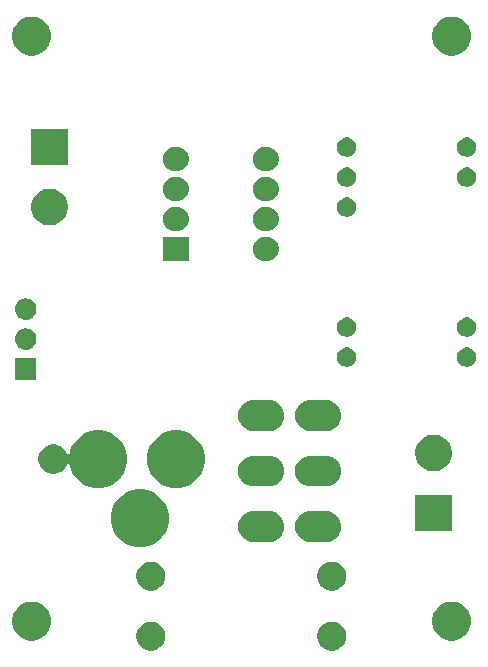
<source format=gbs>
G04 #@! TF.GenerationSoftware,KiCad,Pcbnew,5.1.2-f72e74a~84~ubuntu16.04.1*
G04 #@! TF.CreationDate,2019-06-07T11:45:15+01:00*
G04 #@! TF.ProjectId,LEDregulator,4c454472-6567-4756-9c61-746f722e6b69,rev?*
G04 #@! TF.SameCoordinates,Original*
G04 #@! TF.FileFunction,Soldermask,Bot*
G04 #@! TF.FilePolarity,Negative*
%FSLAX46Y46*%
G04 Gerber Fmt 4.6, Leading zero omitted, Abs format (unit mm)*
G04 Created by KiCad (PCBNEW 5.1.2-f72e74a~84~ubuntu16.04.1) date 2019-06-07 11:45:15*
%MOMM*%
%LPD*%
G04 APERTURE LIST*
%ADD10C,0.100000*%
G04 APERTURE END LIST*
D10*
G36*
X147677610Y-91531114D02*
G01*
X147850214Y-91602609D01*
X147900729Y-91623533D01*
X147951269Y-91657303D01*
X148101529Y-91757703D01*
X148272297Y-91928471D01*
X148406468Y-92129273D01*
X148498886Y-92352390D01*
X148546000Y-92589248D01*
X148546000Y-92830752D01*
X148498886Y-93067610D01*
X148406468Y-93290727D01*
X148272297Y-93491529D01*
X148101529Y-93662297D01*
X147951269Y-93762697D01*
X147900729Y-93796467D01*
X147900728Y-93796468D01*
X147900727Y-93796468D01*
X147677610Y-93888886D01*
X147440752Y-93936000D01*
X147199248Y-93936000D01*
X146962390Y-93888886D01*
X146739273Y-93796468D01*
X146739272Y-93796468D01*
X146739271Y-93796467D01*
X146688731Y-93762697D01*
X146538471Y-93662297D01*
X146367703Y-93491529D01*
X146233532Y-93290727D01*
X146141114Y-93067610D01*
X146094000Y-92830752D01*
X146094000Y-92589248D01*
X146141114Y-92352390D01*
X146233532Y-92129273D01*
X146367703Y-91928471D01*
X146538471Y-91757703D01*
X146688731Y-91657303D01*
X146739271Y-91623533D01*
X146789786Y-91602609D01*
X146962390Y-91531114D01*
X147199248Y-91484000D01*
X147440752Y-91484000D01*
X147677610Y-91531114D01*
X147677610Y-91531114D01*
G37*
G36*
X132357610Y-91531114D02*
G01*
X132530214Y-91602609D01*
X132580729Y-91623533D01*
X132631269Y-91657303D01*
X132781529Y-91757703D01*
X132952297Y-91928471D01*
X133086468Y-92129273D01*
X133178886Y-92352390D01*
X133226000Y-92589248D01*
X133226000Y-92830752D01*
X133178886Y-93067610D01*
X133086468Y-93290727D01*
X132952297Y-93491529D01*
X132781529Y-93662297D01*
X132631269Y-93762697D01*
X132580729Y-93796467D01*
X132580728Y-93796468D01*
X132580727Y-93796468D01*
X132357610Y-93888886D01*
X132120752Y-93936000D01*
X131879248Y-93936000D01*
X131642390Y-93888886D01*
X131419273Y-93796468D01*
X131419272Y-93796468D01*
X131419271Y-93796467D01*
X131368731Y-93762697D01*
X131218471Y-93662297D01*
X131047703Y-93491529D01*
X130913532Y-93290727D01*
X130821114Y-93067610D01*
X130774000Y-92830752D01*
X130774000Y-92589248D01*
X130821114Y-92352390D01*
X130913532Y-92129273D01*
X131047703Y-91928471D01*
X131218471Y-91757703D01*
X131368731Y-91657303D01*
X131419271Y-91623533D01*
X131469786Y-91602609D01*
X131642390Y-91531114D01*
X131879248Y-91484000D01*
X132120752Y-91484000D01*
X132357610Y-91531114D01*
X132357610Y-91531114D01*
G37*
G36*
X122295256Y-89831298D02*
G01*
X122401579Y-89852447D01*
X122702042Y-89976903D01*
X122972451Y-90157585D01*
X123202415Y-90387549D01*
X123202416Y-90387551D01*
X123383098Y-90657960D01*
X123507553Y-90958422D01*
X123571000Y-91277389D01*
X123571000Y-91602611D01*
X123566838Y-91623533D01*
X123507553Y-91921579D01*
X123383097Y-92222042D01*
X123202415Y-92492451D01*
X122972451Y-92722415D01*
X122702042Y-92903097D01*
X122401579Y-93027553D01*
X122295256Y-93048702D01*
X122082611Y-93091000D01*
X121757389Y-93091000D01*
X121544744Y-93048702D01*
X121438421Y-93027553D01*
X121137958Y-92903097D01*
X120867549Y-92722415D01*
X120637585Y-92492451D01*
X120456903Y-92222042D01*
X120332447Y-91921579D01*
X120273162Y-91623533D01*
X120269000Y-91602611D01*
X120269000Y-91277389D01*
X120332447Y-90958422D01*
X120456902Y-90657960D01*
X120637584Y-90387551D01*
X120637585Y-90387549D01*
X120867549Y-90157585D01*
X121137958Y-89976903D01*
X121438421Y-89852447D01*
X121544744Y-89831298D01*
X121757389Y-89789000D01*
X122082611Y-89789000D01*
X122295256Y-89831298D01*
X122295256Y-89831298D01*
G37*
G36*
X157855256Y-89831298D02*
G01*
X157961579Y-89852447D01*
X158262042Y-89976903D01*
X158532451Y-90157585D01*
X158762415Y-90387549D01*
X158762416Y-90387551D01*
X158943098Y-90657960D01*
X159067553Y-90958422D01*
X159131000Y-91277389D01*
X159131000Y-91602611D01*
X159126838Y-91623533D01*
X159067553Y-91921579D01*
X158943097Y-92222042D01*
X158762415Y-92492451D01*
X158532451Y-92722415D01*
X158262042Y-92903097D01*
X157961579Y-93027553D01*
X157855256Y-93048702D01*
X157642611Y-93091000D01*
X157317389Y-93091000D01*
X157104744Y-93048702D01*
X156998421Y-93027553D01*
X156697958Y-92903097D01*
X156427549Y-92722415D01*
X156197585Y-92492451D01*
X156016903Y-92222042D01*
X155892447Y-91921579D01*
X155833162Y-91623533D01*
X155829000Y-91602611D01*
X155829000Y-91277389D01*
X155892447Y-90958422D01*
X156016902Y-90657960D01*
X156197584Y-90387551D01*
X156197585Y-90387549D01*
X156427549Y-90157585D01*
X156697958Y-89976903D01*
X156998421Y-89852447D01*
X157104744Y-89831298D01*
X157317389Y-89789000D01*
X157642611Y-89789000D01*
X157855256Y-89831298D01*
X157855256Y-89831298D01*
G37*
G36*
X147677610Y-86451114D02*
G01*
X147900727Y-86543532D01*
X147900729Y-86543533D01*
X147951269Y-86577303D01*
X148101529Y-86677703D01*
X148272297Y-86848471D01*
X148406468Y-87049273D01*
X148498886Y-87272390D01*
X148546000Y-87509248D01*
X148546000Y-87750752D01*
X148498886Y-87987610D01*
X148406468Y-88210727D01*
X148272297Y-88411529D01*
X148101529Y-88582297D01*
X147951269Y-88682697D01*
X147900729Y-88716467D01*
X147900728Y-88716468D01*
X147900727Y-88716468D01*
X147677610Y-88808886D01*
X147440752Y-88856000D01*
X147199248Y-88856000D01*
X146962390Y-88808886D01*
X146739273Y-88716468D01*
X146739272Y-88716468D01*
X146739271Y-88716467D01*
X146688731Y-88682697D01*
X146538471Y-88582297D01*
X146367703Y-88411529D01*
X146233532Y-88210727D01*
X146141114Y-87987610D01*
X146094000Y-87750752D01*
X146094000Y-87509248D01*
X146141114Y-87272390D01*
X146233532Y-87049273D01*
X146367703Y-86848471D01*
X146538471Y-86677703D01*
X146688731Y-86577303D01*
X146739271Y-86543533D01*
X146739273Y-86543532D01*
X146962390Y-86451114D01*
X147199248Y-86404000D01*
X147440752Y-86404000D01*
X147677610Y-86451114D01*
X147677610Y-86451114D01*
G37*
G36*
X132357610Y-86451114D02*
G01*
X132580727Y-86543532D01*
X132580729Y-86543533D01*
X132631269Y-86577303D01*
X132781529Y-86677703D01*
X132952297Y-86848471D01*
X133086468Y-87049273D01*
X133178886Y-87272390D01*
X133226000Y-87509248D01*
X133226000Y-87750752D01*
X133178886Y-87987610D01*
X133086468Y-88210727D01*
X132952297Y-88411529D01*
X132781529Y-88582297D01*
X132631269Y-88682697D01*
X132580729Y-88716467D01*
X132580728Y-88716468D01*
X132580727Y-88716468D01*
X132357610Y-88808886D01*
X132120752Y-88856000D01*
X131879248Y-88856000D01*
X131642390Y-88808886D01*
X131419273Y-88716468D01*
X131419272Y-88716468D01*
X131419271Y-88716467D01*
X131368731Y-88682697D01*
X131218471Y-88582297D01*
X131047703Y-88411529D01*
X130913532Y-88210727D01*
X130821114Y-87987610D01*
X130774000Y-87750752D01*
X130774000Y-87509248D01*
X130821114Y-87272390D01*
X130913532Y-87049273D01*
X131047703Y-86848471D01*
X131218471Y-86677703D01*
X131368731Y-86577303D01*
X131419271Y-86543533D01*
X131419273Y-86543532D01*
X131642390Y-86451114D01*
X131879248Y-86404000D01*
X132120752Y-86404000D01*
X132357610Y-86451114D01*
X132357610Y-86451114D01*
G37*
G36*
X131798929Y-80367190D02*
G01*
X132244982Y-80551951D01*
X132244984Y-80551952D01*
X132533900Y-80745000D01*
X132646421Y-80820184D01*
X132987816Y-81161579D01*
X133256049Y-81563018D01*
X133440810Y-82009071D01*
X133535000Y-82482596D01*
X133535000Y-82965404D01*
X133440810Y-83438929D01*
X133256049Y-83884982D01*
X133256048Y-83884984D01*
X132987816Y-84286421D01*
X132646421Y-84627816D01*
X132244984Y-84896048D01*
X132244983Y-84896049D01*
X132244982Y-84896049D01*
X131798929Y-85080810D01*
X131325404Y-85175000D01*
X130842596Y-85175000D01*
X130369071Y-85080810D01*
X129923018Y-84896049D01*
X129923017Y-84896049D01*
X129923016Y-84896048D01*
X129521579Y-84627816D01*
X129180184Y-84286421D01*
X128911952Y-83884984D01*
X128911951Y-83884982D01*
X128727190Y-83438929D01*
X128633000Y-82965404D01*
X128633000Y-82482596D01*
X128727190Y-82009071D01*
X128911951Y-81563018D01*
X129180184Y-81161579D01*
X129521579Y-80820184D01*
X129634100Y-80745000D01*
X129923016Y-80551952D01*
X129923018Y-80551951D01*
X130369071Y-80367190D01*
X130842596Y-80273000D01*
X131325404Y-80273000D01*
X131798929Y-80367190D01*
X131798929Y-80367190D01*
G37*
G36*
X146983473Y-82148413D02*
G01*
X147079040Y-82157825D01*
X147324280Y-82232218D01*
X147550294Y-82353025D01*
X147601899Y-82395376D01*
X147748397Y-82515603D01*
X147868624Y-82662101D01*
X147910975Y-82713706D01*
X148031782Y-82939720D01*
X148106175Y-83184960D01*
X148131294Y-83440000D01*
X148106175Y-83695040D01*
X148031782Y-83940280D01*
X147910975Y-84166294D01*
X147868624Y-84217899D01*
X147748397Y-84364397D01*
X147601899Y-84484624D01*
X147550294Y-84526975D01*
X147324280Y-84647782D01*
X147079040Y-84722175D01*
X146983473Y-84731587D01*
X146887906Y-84741000D01*
X145460094Y-84741000D01*
X145364527Y-84731587D01*
X145268960Y-84722175D01*
X145023720Y-84647782D01*
X144797706Y-84526975D01*
X144746101Y-84484624D01*
X144599603Y-84364397D01*
X144479376Y-84217899D01*
X144437025Y-84166294D01*
X144316218Y-83940280D01*
X144241825Y-83695040D01*
X144216706Y-83440000D01*
X144241825Y-83184960D01*
X144316218Y-82939720D01*
X144437025Y-82713706D01*
X144479376Y-82662101D01*
X144599603Y-82515603D01*
X144746101Y-82395376D01*
X144797706Y-82353025D01*
X145023720Y-82232218D01*
X145268960Y-82157825D01*
X145364527Y-82148413D01*
X145460094Y-82139000D01*
X146887906Y-82139000D01*
X146983473Y-82148413D01*
X146983473Y-82148413D01*
G37*
G36*
X142163473Y-82148413D02*
G01*
X142259040Y-82157825D01*
X142504280Y-82232218D01*
X142730294Y-82353025D01*
X142781899Y-82395376D01*
X142928397Y-82515603D01*
X143048624Y-82662101D01*
X143090975Y-82713706D01*
X143211782Y-82939720D01*
X143286175Y-83184960D01*
X143311294Y-83440000D01*
X143286175Y-83695040D01*
X143211782Y-83940280D01*
X143090975Y-84166294D01*
X143048624Y-84217899D01*
X142928397Y-84364397D01*
X142781899Y-84484624D01*
X142730294Y-84526975D01*
X142504280Y-84647782D01*
X142259040Y-84722175D01*
X142163473Y-84731587D01*
X142067906Y-84741000D01*
X140640094Y-84741000D01*
X140544527Y-84731587D01*
X140448960Y-84722175D01*
X140203720Y-84647782D01*
X139977706Y-84526975D01*
X139926101Y-84484624D01*
X139779603Y-84364397D01*
X139659376Y-84217899D01*
X139617025Y-84166294D01*
X139496218Y-83940280D01*
X139421825Y-83695040D01*
X139396706Y-83440000D01*
X139421825Y-83184960D01*
X139496218Y-82939720D01*
X139617025Y-82713706D01*
X139659376Y-82662101D01*
X139779603Y-82515603D01*
X139926101Y-82395376D01*
X139977706Y-82353025D01*
X140203720Y-82232218D01*
X140448960Y-82157825D01*
X140544527Y-82148413D01*
X140640094Y-82139000D01*
X142067906Y-82139000D01*
X142163473Y-82148413D01*
X142163473Y-82148413D01*
G37*
G36*
X157507000Y-83847000D02*
G01*
X154405000Y-83847000D01*
X154405000Y-80745000D01*
X157507000Y-80745000D01*
X157507000Y-83847000D01*
X157507000Y-83847000D01*
G37*
G36*
X134848929Y-75367190D02*
G01*
X135294982Y-75551951D01*
X135294984Y-75551952D01*
X135696421Y-75820184D01*
X136037816Y-76161579D01*
X136251466Y-76481328D01*
X136306049Y-76563018D01*
X136490810Y-77009071D01*
X136585000Y-77482596D01*
X136585000Y-77965404D01*
X136490810Y-78438929D01*
X136327737Y-78832622D01*
X136306048Y-78884984D01*
X136037816Y-79286421D01*
X135696421Y-79627816D01*
X135294984Y-79896048D01*
X135294983Y-79896049D01*
X135294982Y-79896049D01*
X134848929Y-80080810D01*
X134375404Y-80175000D01*
X133892596Y-80175000D01*
X133419071Y-80080810D01*
X132973018Y-79896049D01*
X132973017Y-79896049D01*
X132973016Y-79896048D01*
X132571579Y-79627816D01*
X132230184Y-79286421D01*
X131961952Y-78884984D01*
X131940263Y-78832622D01*
X131777190Y-78438929D01*
X131683000Y-77965404D01*
X131683000Y-77482596D01*
X131777190Y-77009071D01*
X131961951Y-76563018D01*
X132016535Y-76481328D01*
X132230184Y-76161579D01*
X132571579Y-75820184D01*
X132973016Y-75551952D01*
X132973018Y-75551951D01*
X133419071Y-75367190D01*
X133892596Y-75273000D01*
X134375404Y-75273000D01*
X134848929Y-75367190D01*
X134848929Y-75367190D01*
G37*
G36*
X128248929Y-75367190D02*
G01*
X128694982Y-75551951D01*
X128694984Y-75551952D01*
X129096421Y-75820184D01*
X129437816Y-76161579D01*
X129651466Y-76481328D01*
X129706049Y-76563018D01*
X129890810Y-77009071D01*
X129985000Y-77482596D01*
X129985000Y-77965404D01*
X129890810Y-78438929D01*
X129727737Y-78832622D01*
X129706048Y-78884984D01*
X129437816Y-79286421D01*
X129096421Y-79627816D01*
X128694984Y-79896048D01*
X128694983Y-79896049D01*
X128694982Y-79896049D01*
X128248929Y-80080810D01*
X127775404Y-80175000D01*
X127292596Y-80175000D01*
X126819071Y-80080810D01*
X126373018Y-79896049D01*
X126373017Y-79896049D01*
X126373016Y-79896048D01*
X125971579Y-79627816D01*
X125630184Y-79286421D01*
X125361952Y-78884984D01*
X125340263Y-78832622D01*
X125177190Y-78438929D01*
X125132596Y-78214739D01*
X125125483Y-78191290D01*
X125113932Y-78169679D01*
X125098387Y-78150737D01*
X125079445Y-78135192D01*
X125057834Y-78123641D01*
X125034385Y-78116528D01*
X125009999Y-78114126D01*
X124985613Y-78116528D01*
X124962164Y-78123641D01*
X124940553Y-78135192D01*
X124921611Y-78150737D01*
X124906066Y-78169679D01*
X124894515Y-78191290D01*
X124874456Y-78239718D01*
X124842622Y-78316571D01*
X124705715Y-78521466D01*
X124531466Y-78695715D01*
X124326571Y-78832622D01*
X124326570Y-78832623D01*
X124326569Y-78832623D01*
X124098903Y-78926925D01*
X123857214Y-78975000D01*
X123610786Y-78975000D01*
X123369097Y-78926925D01*
X123141431Y-78832623D01*
X123141430Y-78832623D01*
X123141429Y-78832622D01*
X122936534Y-78695715D01*
X122762285Y-78521466D01*
X122625378Y-78316571D01*
X122593545Y-78239718D01*
X122531075Y-78088903D01*
X122483000Y-77847214D01*
X122483000Y-77600786D01*
X122531075Y-77359097D01*
X122625377Y-77131431D01*
X122670941Y-77063240D01*
X122762285Y-76926534D01*
X122936534Y-76752285D01*
X123141429Y-76615378D01*
X123369097Y-76521075D01*
X123610786Y-76473000D01*
X123857214Y-76473000D01*
X124098903Y-76521075D01*
X124326571Y-76615378D01*
X124531466Y-76752285D01*
X124705715Y-76926534D01*
X124797059Y-77063240D01*
X124842623Y-77131431D01*
X124894515Y-77256710D01*
X124906066Y-77278320D01*
X124921611Y-77297262D01*
X124940553Y-77312808D01*
X124962164Y-77324359D01*
X124985613Y-77331472D01*
X125009999Y-77333874D01*
X125034385Y-77331472D01*
X125057834Y-77324359D01*
X125079444Y-77312808D01*
X125098386Y-77297263D01*
X125113932Y-77278321D01*
X125125483Y-77256710D01*
X125132596Y-77233261D01*
X125177190Y-77009071D01*
X125361951Y-76563018D01*
X125416535Y-76481328D01*
X125630184Y-76161579D01*
X125971579Y-75820184D01*
X126373016Y-75551952D01*
X126373018Y-75551951D01*
X126819071Y-75367190D01*
X127292596Y-75273000D01*
X127775404Y-75273000D01*
X128248929Y-75367190D01*
X128248929Y-75367190D01*
G37*
G36*
X142163473Y-77448413D02*
G01*
X142259040Y-77457825D01*
X142504280Y-77532218D01*
X142730294Y-77653025D01*
X142781899Y-77695376D01*
X142928397Y-77815603D01*
X143039244Y-77950672D01*
X143090975Y-78013706D01*
X143211782Y-78239720D01*
X143286175Y-78484960D01*
X143311294Y-78740000D01*
X143286175Y-78995040D01*
X143211782Y-79240280D01*
X143090975Y-79466294D01*
X143048624Y-79517899D01*
X142928397Y-79664397D01*
X142781899Y-79784624D01*
X142730294Y-79826975D01*
X142504280Y-79947782D01*
X142259040Y-80022175D01*
X142163473Y-80031587D01*
X142067906Y-80041000D01*
X140640094Y-80041000D01*
X140544527Y-80031587D01*
X140448960Y-80022175D01*
X140203720Y-79947782D01*
X139977706Y-79826975D01*
X139926101Y-79784624D01*
X139779603Y-79664397D01*
X139659376Y-79517899D01*
X139617025Y-79466294D01*
X139496218Y-79240280D01*
X139421825Y-78995040D01*
X139396706Y-78740000D01*
X139421825Y-78484960D01*
X139496218Y-78239720D01*
X139617025Y-78013706D01*
X139668756Y-77950672D01*
X139779603Y-77815603D01*
X139926101Y-77695376D01*
X139977706Y-77653025D01*
X140203720Y-77532218D01*
X140448960Y-77457825D01*
X140544527Y-77448413D01*
X140640094Y-77439000D01*
X142067906Y-77439000D01*
X142163473Y-77448413D01*
X142163473Y-77448413D01*
G37*
G36*
X146983473Y-77448413D02*
G01*
X147079040Y-77457825D01*
X147324280Y-77532218D01*
X147550294Y-77653025D01*
X147601899Y-77695376D01*
X147748397Y-77815603D01*
X147859244Y-77950672D01*
X147910975Y-78013706D01*
X148031782Y-78239720D01*
X148106175Y-78484960D01*
X148131294Y-78740000D01*
X148106175Y-78995040D01*
X148031782Y-79240280D01*
X147910975Y-79466294D01*
X147868624Y-79517899D01*
X147748397Y-79664397D01*
X147601899Y-79784624D01*
X147550294Y-79826975D01*
X147324280Y-79947782D01*
X147079040Y-80022175D01*
X146983473Y-80031587D01*
X146887906Y-80041000D01*
X145460094Y-80041000D01*
X145364527Y-80031587D01*
X145268960Y-80022175D01*
X145023720Y-79947782D01*
X144797706Y-79826975D01*
X144746101Y-79784624D01*
X144599603Y-79664397D01*
X144479376Y-79517899D01*
X144437025Y-79466294D01*
X144316218Y-79240280D01*
X144241825Y-78995040D01*
X144216706Y-78740000D01*
X144241825Y-78484960D01*
X144316218Y-78239720D01*
X144437025Y-78013706D01*
X144488756Y-77950672D01*
X144599603Y-77815603D01*
X144746101Y-77695376D01*
X144797706Y-77653025D01*
X145023720Y-77532218D01*
X145268960Y-77457825D01*
X145364527Y-77448413D01*
X145460094Y-77439000D01*
X146887906Y-77439000D01*
X146983473Y-77448413D01*
X146983473Y-77448413D01*
G37*
G36*
X156258585Y-75694802D02*
G01*
X156408410Y-75724604D01*
X156690674Y-75841521D01*
X156944705Y-76011259D01*
X157160741Y-76227295D01*
X157330479Y-76481326D01*
X157442713Y-76752285D01*
X157447396Y-76763591D01*
X157507000Y-77063239D01*
X157507000Y-77368761D01*
X157489284Y-77457825D01*
X157447396Y-77668410D01*
X157330479Y-77950674D01*
X157160741Y-78204705D01*
X156944705Y-78420741D01*
X156690674Y-78590479D01*
X156408410Y-78707396D01*
X156258585Y-78737198D01*
X156108761Y-78767000D01*
X155803239Y-78767000D01*
X155653415Y-78737198D01*
X155503590Y-78707396D01*
X155221326Y-78590479D01*
X154967295Y-78420741D01*
X154751259Y-78204705D01*
X154581521Y-77950674D01*
X154464604Y-77668410D01*
X154422716Y-77457825D01*
X154405000Y-77368761D01*
X154405000Y-77063239D01*
X154464604Y-76763591D01*
X154469287Y-76752285D01*
X154581521Y-76481326D01*
X154751259Y-76227295D01*
X154967295Y-76011259D01*
X155221326Y-75841521D01*
X155503590Y-75724604D01*
X155653415Y-75694802D01*
X155803239Y-75665000D01*
X156108761Y-75665000D01*
X156258585Y-75694802D01*
X156258585Y-75694802D01*
G37*
G36*
X142163473Y-72748413D02*
G01*
X142259040Y-72757825D01*
X142504280Y-72832218D01*
X142730294Y-72953025D01*
X142781899Y-72995376D01*
X142928397Y-73115603D01*
X143048624Y-73262101D01*
X143090975Y-73313706D01*
X143211782Y-73539720D01*
X143286175Y-73784960D01*
X143311294Y-74040000D01*
X143286175Y-74295040D01*
X143211782Y-74540280D01*
X143090975Y-74766294D01*
X143048624Y-74817899D01*
X142928397Y-74964397D01*
X142781899Y-75084624D01*
X142730294Y-75126975D01*
X142504280Y-75247782D01*
X142259040Y-75322175D01*
X142163473Y-75331587D01*
X142067906Y-75341000D01*
X140640094Y-75341000D01*
X140544527Y-75331587D01*
X140448960Y-75322175D01*
X140203720Y-75247782D01*
X139977706Y-75126975D01*
X139926101Y-75084624D01*
X139779603Y-74964397D01*
X139659376Y-74817899D01*
X139617025Y-74766294D01*
X139496218Y-74540280D01*
X139421825Y-74295040D01*
X139396706Y-74040000D01*
X139421825Y-73784960D01*
X139496218Y-73539720D01*
X139617025Y-73313706D01*
X139659376Y-73262101D01*
X139779603Y-73115603D01*
X139926101Y-72995376D01*
X139977706Y-72953025D01*
X140203720Y-72832218D01*
X140448960Y-72757825D01*
X140544527Y-72748413D01*
X140640094Y-72739000D01*
X142067906Y-72739000D01*
X142163473Y-72748413D01*
X142163473Y-72748413D01*
G37*
G36*
X146983473Y-72748413D02*
G01*
X147079040Y-72757825D01*
X147324280Y-72832218D01*
X147550294Y-72953025D01*
X147601899Y-72995376D01*
X147748397Y-73115603D01*
X147868624Y-73262101D01*
X147910975Y-73313706D01*
X148031782Y-73539720D01*
X148106175Y-73784960D01*
X148131294Y-74040000D01*
X148106175Y-74295040D01*
X148031782Y-74540280D01*
X147910975Y-74766294D01*
X147868624Y-74817899D01*
X147748397Y-74964397D01*
X147601899Y-75084624D01*
X147550294Y-75126975D01*
X147324280Y-75247782D01*
X147079040Y-75322175D01*
X146983473Y-75331587D01*
X146887906Y-75341000D01*
X145460094Y-75341000D01*
X145364527Y-75331587D01*
X145268960Y-75322175D01*
X145023720Y-75247782D01*
X144797706Y-75126975D01*
X144746101Y-75084624D01*
X144599603Y-74964397D01*
X144479376Y-74817899D01*
X144437025Y-74766294D01*
X144316218Y-74540280D01*
X144241825Y-74295040D01*
X144216706Y-74040000D01*
X144241825Y-73784960D01*
X144316218Y-73539720D01*
X144437025Y-73313706D01*
X144479376Y-73262101D01*
X144599603Y-73115603D01*
X144746101Y-72995376D01*
X144797706Y-72953025D01*
X145023720Y-72832218D01*
X145268960Y-72757825D01*
X145364527Y-72748413D01*
X145460094Y-72739000D01*
X146887906Y-72739000D01*
X146983473Y-72748413D01*
X146983473Y-72748413D01*
G37*
G36*
X122313000Y-71005000D02*
G01*
X120511000Y-71005000D01*
X120511000Y-69203000D01*
X122313000Y-69203000D01*
X122313000Y-71005000D01*
X122313000Y-71005000D01*
G37*
G36*
X148827142Y-68306242D02*
G01*
X148975101Y-68367529D01*
X149108255Y-68456499D01*
X149221501Y-68569745D01*
X149310471Y-68702899D01*
X149371758Y-68850858D01*
X149403000Y-69007925D01*
X149403000Y-69168075D01*
X149371758Y-69325142D01*
X149310471Y-69473101D01*
X149221501Y-69606255D01*
X149108255Y-69719501D01*
X148975101Y-69808471D01*
X148827142Y-69869758D01*
X148670075Y-69901000D01*
X148509925Y-69901000D01*
X148352858Y-69869758D01*
X148204899Y-69808471D01*
X148071745Y-69719501D01*
X147958499Y-69606255D01*
X147869529Y-69473101D01*
X147808242Y-69325142D01*
X147777000Y-69168075D01*
X147777000Y-69007925D01*
X147808242Y-68850858D01*
X147869529Y-68702899D01*
X147958499Y-68569745D01*
X148071745Y-68456499D01*
X148204899Y-68367529D01*
X148352858Y-68306242D01*
X148509925Y-68275000D01*
X148670075Y-68275000D01*
X148827142Y-68306242D01*
X148827142Y-68306242D01*
G37*
G36*
X158987142Y-68306242D02*
G01*
X159135101Y-68367529D01*
X159268255Y-68456499D01*
X159381501Y-68569745D01*
X159470471Y-68702899D01*
X159531758Y-68850858D01*
X159563000Y-69007925D01*
X159563000Y-69168075D01*
X159531758Y-69325142D01*
X159470471Y-69473101D01*
X159381501Y-69606255D01*
X159268255Y-69719501D01*
X159135101Y-69808471D01*
X158987142Y-69869758D01*
X158830075Y-69901000D01*
X158669925Y-69901000D01*
X158512858Y-69869758D01*
X158364899Y-69808471D01*
X158231745Y-69719501D01*
X158118499Y-69606255D01*
X158029529Y-69473101D01*
X157968242Y-69325142D01*
X157937000Y-69168075D01*
X157937000Y-69007925D01*
X157968242Y-68850858D01*
X158029529Y-68702899D01*
X158118499Y-68569745D01*
X158231745Y-68456499D01*
X158364899Y-68367529D01*
X158512858Y-68306242D01*
X158669925Y-68275000D01*
X158830075Y-68275000D01*
X158987142Y-68306242D01*
X158987142Y-68306242D01*
G37*
G36*
X121522443Y-66669519D02*
G01*
X121588627Y-66676037D01*
X121758466Y-66727557D01*
X121914991Y-66811222D01*
X121950729Y-66840552D01*
X122052186Y-66923814D01*
X122135448Y-67025271D01*
X122164778Y-67061009D01*
X122248443Y-67217534D01*
X122299963Y-67387373D01*
X122317359Y-67564000D01*
X122299963Y-67740627D01*
X122248443Y-67910466D01*
X122164778Y-68066991D01*
X122135448Y-68102729D01*
X122052186Y-68204186D01*
X121950729Y-68287448D01*
X121914991Y-68316778D01*
X121758466Y-68400443D01*
X121588627Y-68451963D01*
X121542571Y-68456499D01*
X121456260Y-68465000D01*
X121367740Y-68465000D01*
X121281429Y-68456499D01*
X121235373Y-68451963D01*
X121065534Y-68400443D01*
X120909009Y-68316778D01*
X120873271Y-68287448D01*
X120771814Y-68204186D01*
X120688552Y-68102729D01*
X120659222Y-68066991D01*
X120575557Y-67910466D01*
X120524037Y-67740627D01*
X120506641Y-67564000D01*
X120524037Y-67387373D01*
X120575557Y-67217534D01*
X120659222Y-67061009D01*
X120688552Y-67025271D01*
X120771814Y-66923814D01*
X120873271Y-66840552D01*
X120909009Y-66811222D01*
X121065534Y-66727557D01*
X121235373Y-66676037D01*
X121301557Y-66669519D01*
X121367740Y-66663000D01*
X121456260Y-66663000D01*
X121522443Y-66669519D01*
X121522443Y-66669519D01*
G37*
G36*
X158987142Y-65766242D02*
G01*
X159135101Y-65827529D01*
X159268255Y-65916499D01*
X159381501Y-66029745D01*
X159470471Y-66162899D01*
X159531758Y-66310858D01*
X159563000Y-66467925D01*
X159563000Y-66628075D01*
X159531758Y-66785142D01*
X159470471Y-66933101D01*
X159381501Y-67066255D01*
X159268255Y-67179501D01*
X159135101Y-67268471D01*
X158987142Y-67329758D01*
X158830075Y-67361000D01*
X158669925Y-67361000D01*
X158512858Y-67329758D01*
X158364899Y-67268471D01*
X158231745Y-67179501D01*
X158118499Y-67066255D01*
X158029529Y-66933101D01*
X157968242Y-66785142D01*
X157937000Y-66628075D01*
X157937000Y-66467925D01*
X157968242Y-66310858D01*
X158029529Y-66162899D01*
X158118499Y-66029745D01*
X158231745Y-65916499D01*
X158364899Y-65827529D01*
X158512858Y-65766242D01*
X158669925Y-65735000D01*
X158830075Y-65735000D01*
X158987142Y-65766242D01*
X158987142Y-65766242D01*
G37*
G36*
X148827142Y-65766242D02*
G01*
X148975101Y-65827529D01*
X149108255Y-65916499D01*
X149221501Y-66029745D01*
X149310471Y-66162899D01*
X149371758Y-66310858D01*
X149403000Y-66467925D01*
X149403000Y-66628075D01*
X149371758Y-66785142D01*
X149310471Y-66933101D01*
X149221501Y-67066255D01*
X149108255Y-67179501D01*
X148975101Y-67268471D01*
X148827142Y-67329758D01*
X148670075Y-67361000D01*
X148509925Y-67361000D01*
X148352858Y-67329758D01*
X148204899Y-67268471D01*
X148071745Y-67179501D01*
X147958499Y-67066255D01*
X147869529Y-66933101D01*
X147808242Y-66785142D01*
X147777000Y-66628075D01*
X147777000Y-66467925D01*
X147808242Y-66310858D01*
X147869529Y-66162899D01*
X147958499Y-66029745D01*
X148071745Y-65916499D01*
X148204899Y-65827529D01*
X148352858Y-65766242D01*
X148509925Y-65735000D01*
X148670075Y-65735000D01*
X148827142Y-65766242D01*
X148827142Y-65766242D01*
G37*
G36*
X121522443Y-64129519D02*
G01*
X121588627Y-64136037D01*
X121758466Y-64187557D01*
X121914991Y-64271222D01*
X121950729Y-64300552D01*
X122052186Y-64383814D01*
X122135448Y-64485271D01*
X122164778Y-64521009D01*
X122248443Y-64677534D01*
X122299963Y-64847373D01*
X122317359Y-65024000D01*
X122299963Y-65200627D01*
X122248443Y-65370466D01*
X122164778Y-65526991D01*
X122135448Y-65562729D01*
X122052186Y-65664186D01*
X121950729Y-65747448D01*
X121914991Y-65776778D01*
X121758466Y-65860443D01*
X121588627Y-65911963D01*
X121542571Y-65916499D01*
X121456260Y-65925000D01*
X121367740Y-65925000D01*
X121281429Y-65916499D01*
X121235373Y-65911963D01*
X121065534Y-65860443D01*
X120909009Y-65776778D01*
X120873271Y-65747448D01*
X120771814Y-65664186D01*
X120688552Y-65562729D01*
X120659222Y-65526991D01*
X120575557Y-65370466D01*
X120524037Y-65200627D01*
X120506641Y-65024000D01*
X120524037Y-64847373D01*
X120575557Y-64677534D01*
X120659222Y-64521009D01*
X120688552Y-64485271D01*
X120771814Y-64383814D01*
X120873271Y-64300552D01*
X120909009Y-64271222D01*
X121065534Y-64187557D01*
X121235373Y-64136037D01*
X121301557Y-64129519D01*
X121367740Y-64123000D01*
X121456260Y-64123000D01*
X121522443Y-64129519D01*
X121522443Y-64129519D01*
G37*
G36*
X142028228Y-58957483D02*
G01*
X142216922Y-59014723D01*
X142390815Y-59107671D01*
X142543239Y-59232761D01*
X142668329Y-59385185D01*
X142761277Y-59559078D01*
X142818517Y-59747772D01*
X142837843Y-59944000D01*
X142818517Y-60140228D01*
X142761277Y-60328922D01*
X142668329Y-60502815D01*
X142543239Y-60655239D01*
X142390815Y-60780329D01*
X142216922Y-60873277D01*
X142028228Y-60930517D01*
X141881175Y-60945000D01*
X141582825Y-60945000D01*
X141435772Y-60930517D01*
X141247078Y-60873277D01*
X141073185Y-60780329D01*
X140920761Y-60655239D01*
X140795671Y-60502815D01*
X140702723Y-60328922D01*
X140645483Y-60140228D01*
X140626157Y-59944000D01*
X140645483Y-59747772D01*
X140702723Y-59559078D01*
X140795671Y-59385185D01*
X140920761Y-59232761D01*
X141073185Y-59107671D01*
X141247078Y-59014723D01*
X141435772Y-58957483D01*
X141582825Y-58943000D01*
X141881175Y-58943000D01*
X142028228Y-58957483D01*
X142028228Y-58957483D01*
G37*
G36*
X135213000Y-60945000D02*
G01*
X133011000Y-60945000D01*
X133011000Y-58943000D01*
X135213000Y-58943000D01*
X135213000Y-60945000D01*
X135213000Y-60945000D01*
G37*
G36*
X142028228Y-56417483D02*
G01*
X142216922Y-56474723D01*
X142390815Y-56567671D01*
X142543239Y-56692761D01*
X142668329Y-56845185D01*
X142761277Y-57019078D01*
X142818517Y-57207772D01*
X142837843Y-57404000D01*
X142818517Y-57600228D01*
X142761277Y-57788922D01*
X142668329Y-57962815D01*
X142543239Y-58115239D01*
X142390815Y-58240329D01*
X142216922Y-58333277D01*
X142028228Y-58390517D01*
X141881175Y-58405000D01*
X141582825Y-58405000D01*
X141435772Y-58390517D01*
X141247078Y-58333277D01*
X141073185Y-58240329D01*
X140920761Y-58115239D01*
X140795671Y-57962815D01*
X140702723Y-57788922D01*
X140645483Y-57600228D01*
X140626157Y-57404000D01*
X140645483Y-57207772D01*
X140702723Y-57019078D01*
X140795671Y-56845185D01*
X140920761Y-56692761D01*
X141073185Y-56567671D01*
X141247078Y-56474723D01*
X141435772Y-56417483D01*
X141582825Y-56403000D01*
X141881175Y-56403000D01*
X142028228Y-56417483D01*
X142028228Y-56417483D01*
G37*
G36*
X134408228Y-56417483D02*
G01*
X134596922Y-56474723D01*
X134770815Y-56567671D01*
X134923239Y-56692761D01*
X135048329Y-56845185D01*
X135141277Y-57019078D01*
X135198517Y-57207772D01*
X135217843Y-57404000D01*
X135198517Y-57600228D01*
X135141277Y-57788922D01*
X135048329Y-57962815D01*
X134923239Y-58115239D01*
X134770815Y-58240329D01*
X134596922Y-58333277D01*
X134408228Y-58390517D01*
X134261175Y-58405000D01*
X133962825Y-58405000D01*
X133815772Y-58390517D01*
X133627078Y-58333277D01*
X133453185Y-58240329D01*
X133300761Y-58115239D01*
X133175671Y-57962815D01*
X133082723Y-57788922D01*
X133025483Y-57600228D01*
X133006157Y-57404000D01*
X133025483Y-57207772D01*
X133082723Y-57019078D01*
X133175671Y-56845185D01*
X133300761Y-56692761D01*
X133453185Y-56567671D01*
X133627078Y-56474723D01*
X133815772Y-56417483D01*
X133962825Y-56403000D01*
X134261175Y-56403000D01*
X134408228Y-56417483D01*
X134408228Y-56417483D01*
G37*
G36*
X123732498Y-54864000D02*
G01*
X123896410Y-54896604D01*
X124178674Y-55013521D01*
X124432705Y-55183259D01*
X124648741Y-55399295D01*
X124818479Y-55653326D01*
X124935396Y-55935590D01*
X124995000Y-56235240D01*
X124995000Y-56540760D01*
X124935396Y-56840410D01*
X124818479Y-57122674D01*
X124648741Y-57376705D01*
X124432705Y-57592741D01*
X124178674Y-57762479D01*
X123896410Y-57879396D01*
X123746585Y-57909198D01*
X123596761Y-57939000D01*
X123291239Y-57939000D01*
X123141415Y-57909198D01*
X122991590Y-57879396D01*
X122709326Y-57762479D01*
X122455295Y-57592741D01*
X122239259Y-57376705D01*
X122069521Y-57122674D01*
X121952604Y-56840410D01*
X121893000Y-56540760D01*
X121893000Y-56235240D01*
X121952604Y-55935590D01*
X122069521Y-55653326D01*
X122239259Y-55399295D01*
X122455295Y-55183259D01*
X122709326Y-55013521D01*
X122991590Y-54896604D01*
X123155502Y-54864000D01*
X123291239Y-54837000D01*
X123596761Y-54837000D01*
X123732498Y-54864000D01*
X123732498Y-54864000D01*
G37*
G36*
X148827142Y-55606242D02*
G01*
X148975101Y-55667529D01*
X149108255Y-55756499D01*
X149221501Y-55869745D01*
X149310471Y-56002899D01*
X149371758Y-56150858D01*
X149403000Y-56307925D01*
X149403000Y-56468075D01*
X149371758Y-56625142D01*
X149310471Y-56773101D01*
X149221501Y-56906255D01*
X149108255Y-57019501D01*
X148975101Y-57108471D01*
X148827142Y-57169758D01*
X148670075Y-57201000D01*
X148509925Y-57201000D01*
X148352858Y-57169758D01*
X148204899Y-57108471D01*
X148071745Y-57019501D01*
X147958499Y-56906255D01*
X147869529Y-56773101D01*
X147808242Y-56625142D01*
X147777000Y-56468075D01*
X147777000Y-56307925D01*
X147808242Y-56150858D01*
X147869529Y-56002899D01*
X147958499Y-55869745D01*
X148071745Y-55756499D01*
X148204899Y-55667529D01*
X148352858Y-55606242D01*
X148509925Y-55575000D01*
X148670075Y-55575000D01*
X148827142Y-55606242D01*
X148827142Y-55606242D01*
G37*
G36*
X134408228Y-53877483D02*
G01*
X134596922Y-53934723D01*
X134770815Y-54027671D01*
X134923239Y-54152761D01*
X135048329Y-54305185D01*
X135141277Y-54479078D01*
X135198517Y-54667772D01*
X135217843Y-54864000D01*
X135198517Y-55060228D01*
X135141277Y-55248922D01*
X135048329Y-55422815D01*
X134923239Y-55575239D01*
X134770815Y-55700329D01*
X134596922Y-55793277D01*
X134408228Y-55850517D01*
X134261175Y-55865000D01*
X133962825Y-55865000D01*
X133815772Y-55850517D01*
X133627078Y-55793277D01*
X133453185Y-55700329D01*
X133300761Y-55575239D01*
X133175671Y-55422815D01*
X133082723Y-55248922D01*
X133025483Y-55060228D01*
X133006157Y-54864000D01*
X133025483Y-54667772D01*
X133082723Y-54479078D01*
X133175671Y-54305185D01*
X133300761Y-54152761D01*
X133453185Y-54027671D01*
X133627078Y-53934723D01*
X133815772Y-53877483D01*
X133962825Y-53863000D01*
X134261175Y-53863000D01*
X134408228Y-53877483D01*
X134408228Y-53877483D01*
G37*
G36*
X142028228Y-53877483D02*
G01*
X142216922Y-53934723D01*
X142390815Y-54027671D01*
X142543239Y-54152761D01*
X142668329Y-54305185D01*
X142761277Y-54479078D01*
X142818517Y-54667772D01*
X142837843Y-54864000D01*
X142818517Y-55060228D01*
X142761277Y-55248922D01*
X142668329Y-55422815D01*
X142543239Y-55575239D01*
X142390815Y-55700329D01*
X142216922Y-55793277D01*
X142028228Y-55850517D01*
X141881175Y-55865000D01*
X141582825Y-55865000D01*
X141435772Y-55850517D01*
X141247078Y-55793277D01*
X141073185Y-55700329D01*
X140920761Y-55575239D01*
X140795671Y-55422815D01*
X140702723Y-55248922D01*
X140645483Y-55060228D01*
X140626157Y-54864000D01*
X140645483Y-54667772D01*
X140702723Y-54479078D01*
X140795671Y-54305185D01*
X140920761Y-54152761D01*
X141073185Y-54027671D01*
X141247078Y-53934723D01*
X141435772Y-53877483D01*
X141582825Y-53863000D01*
X141881175Y-53863000D01*
X142028228Y-53877483D01*
X142028228Y-53877483D01*
G37*
G36*
X148827142Y-53066242D02*
G01*
X148975101Y-53127529D01*
X149108255Y-53216499D01*
X149221501Y-53329745D01*
X149310471Y-53462899D01*
X149371758Y-53610858D01*
X149403000Y-53767925D01*
X149403000Y-53928075D01*
X149371758Y-54085142D01*
X149310471Y-54233101D01*
X149221501Y-54366255D01*
X149108255Y-54479501D01*
X148975101Y-54568471D01*
X148827142Y-54629758D01*
X148670075Y-54661000D01*
X148509925Y-54661000D01*
X148352858Y-54629758D01*
X148204899Y-54568471D01*
X148071745Y-54479501D01*
X147958499Y-54366255D01*
X147869529Y-54233101D01*
X147808242Y-54085142D01*
X147777000Y-53928075D01*
X147777000Y-53767925D01*
X147808242Y-53610858D01*
X147869529Y-53462899D01*
X147958499Y-53329745D01*
X148071745Y-53216499D01*
X148204899Y-53127529D01*
X148352858Y-53066242D01*
X148509925Y-53035000D01*
X148670075Y-53035000D01*
X148827142Y-53066242D01*
X148827142Y-53066242D01*
G37*
G36*
X158987142Y-53066242D02*
G01*
X159135101Y-53127529D01*
X159268255Y-53216499D01*
X159381501Y-53329745D01*
X159470471Y-53462899D01*
X159531758Y-53610858D01*
X159563000Y-53767925D01*
X159563000Y-53928075D01*
X159531758Y-54085142D01*
X159470471Y-54233101D01*
X159381501Y-54366255D01*
X159268255Y-54479501D01*
X159135101Y-54568471D01*
X158987142Y-54629758D01*
X158830075Y-54661000D01*
X158669925Y-54661000D01*
X158512858Y-54629758D01*
X158364899Y-54568471D01*
X158231745Y-54479501D01*
X158118499Y-54366255D01*
X158029529Y-54233101D01*
X157968242Y-54085142D01*
X157937000Y-53928075D01*
X157937000Y-53767925D01*
X157968242Y-53610858D01*
X158029529Y-53462899D01*
X158118499Y-53329745D01*
X158231745Y-53216499D01*
X158364899Y-53127529D01*
X158512858Y-53066242D01*
X158669925Y-53035000D01*
X158830075Y-53035000D01*
X158987142Y-53066242D01*
X158987142Y-53066242D01*
G37*
G36*
X134408228Y-51337483D02*
G01*
X134596922Y-51394723D01*
X134770815Y-51487671D01*
X134923239Y-51612761D01*
X135048329Y-51765185D01*
X135141277Y-51939078D01*
X135198517Y-52127772D01*
X135217843Y-52324000D01*
X135198517Y-52520228D01*
X135141277Y-52708922D01*
X135048329Y-52882815D01*
X134923239Y-53035239D01*
X134770815Y-53160329D01*
X134596922Y-53253277D01*
X134408228Y-53310517D01*
X134261175Y-53325000D01*
X133962825Y-53325000D01*
X133815772Y-53310517D01*
X133627078Y-53253277D01*
X133453185Y-53160329D01*
X133300761Y-53035239D01*
X133175671Y-52882815D01*
X133082723Y-52708922D01*
X133025483Y-52520228D01*
X133006157Y-52324000D01*
X133025483Y-52127772D01*
X133082723Y-51939078D01*
X133175671Y-51765185D01*
X133300761Y-51612761D01*
X133453185Y-51487671D01*
X133627078Y-51394723D01*
X133815772Y-51337483D01*
X133962825Y-51323000D01*
X134261175Y-51323000D01*
X134408228Y-51337483D01*
X134408228Y-51337483D01*
G37*
G36*
X142028228Y-51337483D02*
G01*
X142216922Y-51394723D01*
X142390815Y-51487671D01*
X142543239Y-51612761D01*
X142668329Y-51765185D01*
X142761277Y-51939078D01*
X142818517Y-52127772D01*
X142837843Y-52324000D01*
X142818517Y-52520228D01*
X142761277Y-52708922D01*
X142668329Y-52882815D01*
X142543239Y-53035239D01*
X142390815Y-53160329D01*
X142216922Y-53253277D01*
X142028228Y-53310517D01*
X141881175Y-53325000D01*
X141582825Y-53325000D01*
X141435772Y-53310517D01*
X141247078Y-53253277D01*
X141073185Y-53160329D01*
X140920761Y-53035239D01*
X140795671Y-52882815D01*
X140702723Y-52708922D01*
X140645483Y-52520228D01*
X140626157Y-52324000D01*
X140645483Y-52127772D01*
X140702723Y-51939078D01*
X140795671Y-51765185D01*
X140920761Y-51612761D01*
X141073185Y-51487671D01*
X141247078Y-51394723D01*
X141435772Y-51337483D01*
X141582825Y-51323000D01*
X141881175Y-51323000D01*
X142028228Y-51337483D01*
X142028228Y-51337483D01*
G37*
G36*
X124995000Y-52859000D02*
G01*
X121893000Y-52859000D01*
X121893000Y-49757000D01*
X124995000Y-49757000D01*
X124995000Y-52859000D01*
X124995000Y-52859000D01*
G37*
G36*
X148827142Y-50526242D02*
G01*
X148975101Y-50587529D01*
X149108255Y-50676499D01*
X149221501Y-50789745D01*
X149310471Y-50922899D01*
X149371758Y-51070858D01*
X149403000Y-51227925D01*
X149403000Y-51388075D01*
X149371758Y-51545142D01*
X149310471Y-51693101D01*
X149221501Y-51826255D01*
X149108255Y-51939501D01*
X148975101Y-52028471D01*
X148827142Y-52089758D01*
X148670075Y-52121000D01*
X148509925Y-52121000D01*
X148352858Y-52089758D01*
X148204899Y-52028471D01*
X148071745Y-51939501D01*
X147958499Y-51826255D01*
X147869529Y-51693101D01*
X147808242Y-51545142D01*
X147777000Y-51388075D01*
X147777000Y-51227925D01*
X147808242Y-51070858D01*
X147869529Y-50922899D01*
X147958499Y-50789745D01*
X148071745Y-50676499D01*
X148204899Y-50587529D01*
X148352858Y-50526242D01*
X148509925Y-50495000D01*
X148670075Y-50495000D01*
X148827142Y-50526242D01*
X148827142Y-50526242D01*
G37*
G36*
X158987142Y-50526242D02*
G01*
X159135101Y-50587529D01*
X159268255Y-50676499D01*
X159381501Y-50789745D01*
X159470471Y-50922899D01*
X159531758Y-51070858D01*
X159563000Y-51227925D01*
X159563000Y-51388075D01*
X159531758Y-51545142D01*
X159470471Y-51693101D01*
X159381501Y-51826255D01*
X159268255Y-51939501D01*
X159135101Y-52028471D01*
X158987142Y-52089758D01*
X158830075Y-52121000D01*
X158669925Y-52121000D01*
X158512858Y-52089758D01*
X158364899Y-52028471D01*
X158231745Y-51939501D01*
X158118499Y-51826255D01*
X158029529Y-51693101D01*
X157968242Y-51545142D01*
X157937000Y-51388075D01*
X157937000Y-51227925D01*
X157968242Y-51070858D01*
X158029529Y-50922899D01*
X158118499Y-50789745D01*
X158231745Y-50676499D01*
X158364899Y-50587529D01*
X158512858Y-50526242D01*
X158669925Y-50495000D01*
X158830075Y-50495000D01*
X158987142Y-50526242D01*
X158987142Y-50526242D01*
G37*
G36*
X122295256Y-40301298D02*
G01*
X122401579Y-40322447D01*
X122702042Y-40446903D01*
X122972451Y-40627585D01*
X123202415Y-40857549D01*
X123383097Y-41127958D01*
X123507553Y-41428421D01*
X123571000Y-41747391D01*
X123571000Y-42072609D01*
X123507553Y-42391579D01*
X123383097Y-42692042D01*
X123202415Y-42962451D01*
X122972451Y-43192415D01*
X122702042Y-43373097D01*
X122401579Y-43497553D01*
X122295256Y-43518702D01*
X122082611Y-43561000D01*
X121757389Y-43561000D01*
X121544744Y-43518702D01*
X121438421Y-43497553D01*
X121137958Y-43373097D01*
X120867549Y-43192415D01*
X120637585Y-42962451D01*
X120456903Y-42692042D01*
X120332447Y-42391579D01*
X120269000Y-42072609D01*
X120269000Y-41747391D01*
X120332447Y-41428421D01*
X120456903Y-41127958D01*
X120637585Y-40857549D01*
X120867549Y-40627585D01*
X121137958Y-40446903D01*
X121438421Y-40322447D01*
X121544744Y-40301298D01*
X121757389Y-40259000D01*
X122082611Y-40259000D01*
X122295256Y-40301298D01*
X122295256Y-40301298D01*
G37*
G36*
X157855256Y-40301298D02*
G01*
X157961579Y-40322447D01*
X158262042Y-40446903D01*
X158532451Y-40627585D01*
X158762415Y-40857549D01*
X158943097Y-41127958D01*
X159067553Y-41428421D01*
X159131000Y-41747391D01*
X159131000Y-42072609D01*
X159067553Y-42391579D01*
X158943097Y-42692042D01*
X158762415Y-42962451D01*
X158532451Y-43192415D01*
X158262042Y-43373097D01*
X157961579Y-43497553D01*
X157855256Y-43518702D01*
X157642611Y-43561000D01*
X157317389Y-43561000D01*
X157104744Y-43518702D01*
X156998421Y-43497553D01*
X156697958Y-43373097D01*
X156427549Y-43192415D01*
X156197585Y-42962451D01*
X156016903Y-42692042D01*
X155892447Y-42391579D01*
X155829000Y-42072609D01*
X155829000Y-41747391D01*
X155892447Y-41428421D01*
X156016903Y-41127958D01*
X156197585Y-40857549D01*
X156427549Y-40627585D01*
X156697958Y-40446903D01*
X156998421Y-40322447D01*
X157104744Y-40301298D01*
X157317389Y-40259000D01*
X157642611Y-40259000D01*
X157855256Y-40301298D01*
X157855256Y-40301298D01*
G37*
M02*

</source>
